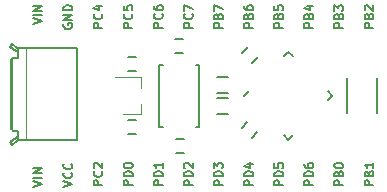
<source format=gto>
G04 #@! TF.FileFunction,Legend,Top*
%FSLAX46Y46*%
G04 Gerber Fmt 4.6, Leading zero omitted, Abs format (unit mm)*
G04 Created by KiCad (PCBNEW 4.0.5+dfsg1-4) date Sun Sep 17 22:55:48 2017*
%MOMM*%
%LPD*%
G01*
G04 APERTURE LIST*
%ADD10C,0.100000*%
%ADD11C,0.150000*%
%ADD12C,0.120000*%
G04 APERTURE END LIST*
D10*
D11*
X107291286Y-79819285D02*
X108041286Y-79569285D01*
X107291286Y-79319285D01*
X108041286Y-79069286D02*
X107291286Y-79069286D01*
X108041286Y-78712143D02*
X107291286Y-78712143D01*
X108041286Y-78283571D01*
X107291286Y-78283571D01*
X109877000Y-79819285D02*
X109841286Y-79890714D01*
X109841286Y-79997857D01*
X109877000Y-80105000D01*
X109948429Y-80176428D01*
X110019857Y-80212143D01*
X110162714Y-80247857D01*
X110269857Y-80247857D01*
X110412714Y-80212143D01*
X110484143Y-80176428D01*
X110555571Y-80105000D01*
X110591286Y-79997857D01*
X110591286Y-79926428D01*
X110555571Y-79819285D01*
X110519857Y-79783571D01*
X110269857Y-79783571D01*
X110269857Y-79926428D01*
X110591286Y-79462143D02*
X109841286Y-79462143D01*
X110591286Y-79033571D01*
X109841286Y-79033571D01*
X110591286Y-78676429D02*
X109841286Y-78676429D01*
X109841286Y-78497857D01*
X109877000Y-78390714D01*
X109948429Y-78319286D01*
X110019857Y-78283571D01*
X110162714Y-78247857D01*
X110269857Y-78247857D01*
X110412714Y-78283571D01*
X110484143Y-78319286D01*
X110555571Y-78390714D01*
X110591286Y-78497857D01*
X110591286Y-78676429D01*
X113141286Y-80140715D02*
X112391286Y-80140715D01*
X112391286Y-79855000D01*
X112427000Y-79783572D01*
X112462714Y-79747857D01*
X112534143Y-79712143D01*
X112641286Y-79712143D01*
X112712714Y-79747857D01*
X112748429Y-79783572D01*
X112784143Y-79855000D01*
X112784143Y-80140715D01*
X113069857Y-78962143D02*
X113105571Y-78997857D01*
X113141286Y-79105000D01*
X113141286Y-79176429D01*
X113105571Y-79283572D01*
X113034143Y-79355000D01*
X112962714Y-79390715D01*
X112819857Y-79426429D01*
X112712714Y-79426429D01*
X112569857Y-79390715D01*
X112498429Y-79355000D01*
X112427000Y-79283572D01*
X112391286Y-79176429D01*
X112391286Y-79105000D01*
X112427000Y-78997857D01*
X112462714Y-78962143D01*
X112641286Y-78319286D02*
X113141286Y-78319286D01*
X112355571Y-78497857D02*
X112891286Y-78676429D01*
X112891286Y-78212143D01*
X115691286Y-80140715D02*
X114941286Y-80140715D01*
X114941286Y-79855000D01*
X114977000Y-79783572D01*
X115012714Y-79747857D01*
X115084143Y-79712143D01*
X115191286Y-79712143D01*
X115262714Y-79747857D01*
X115298429Y-79783572D01*
X115334143Y-79855000D01*
X115334143Y-80140715D01*
X115619857Y-78962143D02*
X115655571Y-78997857D01*
X115691286Y-79105000D01*
X115691286Y-79176429D01*
X115655571Y-79283572D01*
X115584143Y-79355000D01*
X115512714Y-79390715D01*
X115369857Y-79426429D01*
X115262714Y-79426429D01*
X115119857Y-79390715D01*
X115048429Y-79355000D01*
X114977000Y-79283572D01*
X114941286Y-79176429D01*
X114941286Y-79105000D01*
X114977000Y-78997857D01*
X115012714Y-78962143D01*
X114941286Y-78283572D02*
X114941286Y-78640715D01*
X115298429Y-78676429D01*
X115262714Y-78640715D01*
X115227000Y-78569286D01*
X115227000Y-78390715D01*
X115262714Y-78319286D01*
X115298429Y-78283572D01*
X115369857Y-78247857D01*
X115548429Y-78247857D01*
X115619857Y-78283572D01*
X115655571Y-78319286D01*
X115691286Y-78390715D01*
X115691286Y-78569286D01*
X115655571Y-78640715D01*
X115619857Y-78676429D01*
X118241286Y-80140715D02*
X117491286Y-80140715D01*
X117491286Y-79855000D01*
X117527000Y-79783572D01*
X117562714Y-79747857D01*
X117634143Y-79712143D01*
X117741286Y-79712143D01*
X117812714Y-79747857D01*
X117848429Y-79783572D01*
X117884143Y-79855000D01*
X117884143Y-80140715D01*
X118169857Y-78962143D02*
X118205571Y-78997857D01*
X118241286Y-79105000D01*
X118241286Y-79176429D01*
X118205571Y-79283572D01*
X118134143Y-79355000D01*
X118062714Y-79390715D01*
X117919857Y-79426429D01*
X117812714Y-79426429D01*
X117669857Y-79390715D01*
X117598429Y-79355000D01*
X117527000Y-79283572D01*
X117491286Y-79176429D01*
X117491286Y-79105000D01*
X117527000Y-78997857D01*
X117562714Y-78962143D01*
X117491286Y-78319286D02*
X117491286Y-78462143D01*
X117527000Y-78533572D01*
X117562714Y-78569286D01*
X117669857Y-78640715D01*
X117812714Y-78676429D01*
X118098429Y-78676429D01*
X118169857Y-78640715D01*
X118205571Y-78605000D01*
X118241286Y-78533572D01*
X118241286Y-78390715D01*
X118205571Y-78319286D01*
X118169857Y-78283572D01*
X118098429Y-78247857D01*
X117919857Y-78247857D01*
X117848429Y-78283572D01*
X117812714Y-78319286D01*
X117777000Y-78390715D01*
X117777000Y-78533572D01*
X117812714Y-78605000D01*
X117848429Y-78640715D01*
X117919857Y-78676429D01*
X120791286Y-80140715D02*
X120041286Y-80140715D01*
X120041286Y-79855000D01*
X120077000Y-79783572D01*
X120112714Y-79747857D01*
X120184143Y-79712143D01*
X120291286Y-79712143D01*
X120362714Y-79747857D01*
X120398429Y-79783572D01*
X120434143Y-79855000D01*
X120434143Y-80140715D01*
X120719857Y-78962143D02*
X120755571Y-78997857D01*
X120791286Y-79105000D01*
X120791286Y-79176429D01*
X120755571Y-79283572D01*
X120684143Y-79355000D01*
X120612714Y-79390715D01*
X120469857Y-79426429D01*
X120362714Y-79426429D01*
X120219857Y-79390715D01*
X120148429Y-79355000D01*
X120077000Y-79283572D01*
X120041286Y-79176429D01*
X120041286Y-79105000D01*
X120077000Y-78997857D01*
X120112714Y-78962143D01*
X120041286Y-78712143D02*
X120041286Y-78212143D01*
X120791286Y-78533572D01*
X123341286Y-80140715D02*
X122591286Y-80140715D01*
X122591286Y-79855000D01*
X122627000Y-79783572D01*
X122662714Y-79747857D01*
X122734143Y-79712143D01*
X122841286Y-79712143D01*
X122912714Y-79747857D01*
X122948429Y-79783572D01*
X122984143Y-79855000D01*
X122984143Y-80140715D01*
X122948429Y-79140715D02*
X122984143Y-79033572D01*
X123019857Y-78997857D01*
X123091286Y-78962143D01*
X123198429Y-78962143D01*
X123269857Y-78997857D01*
X123305571Y-79033572D01*
X123341286Y-79105000D01*
X123341286Y-79390715D01*
X122591286Y-79390715D01*
X122591286Y-79140715D01*
X122627000Y-79069286D01*
X122662714Y-79033572D01*
X122734143Y-78997857D01*
X122805571Y-78997857D01*
X122877000Y-79033572D01*
X122912714Y-79069286D01*
X122948429Y-79140715D01*
X122948429Y-79390715D01*
X122591286Y-78712143D02*
X122591286Y-78212143D01*
X123341286Y-78533572D01*
X125891286Y-80140715D02*
X125141286Y-80140715D01*
X125141286Y-79855000D01*
X125177000Y-79783572D01*
X125212714Y-79747857D01*
X125284143Y-79712143D01*
X125391286Y-79712143D01*
X125462714Y-79747857D01*
X125498429Y-79783572D01*
X125534143Y-79855000D01*
X125534143Y-80140715D01*
X125498429Y-79140715D02*
X125534143Y-79033572D01*
X125569857Y-78997857D01*
X125641286Y-78962143D01*
X125748429Y-78962143D01*
X125819857Y-78997857D01*
X125855571Y-79033572D01*
X125891286Y-79105000D01*
X125891286Y-79390715D01*
X125141286Y-79390715D01*
X125141286Y-79140715D01*
X125177000Y-79069286D01*
X125212714Y-79033572D01*
X125284143Y-78997857D01*
X125355571Y-78997857D01*
X125427000Y-79033572D01*
X125462714Y-79069286D01*
X125498429Y-79140715D01*
X125498429Y-79390715D01*
X125141286Y-78319286D02*
X125141286Y-78462143D01*
X125177000Y-78533572D01*
X125212714Y-78569286D01*
X125319857Y-78640715D01*
X125462714Y-78676429D01*
X125748429Y-78676429D01*
X125819857Y-78640715D01*
X125855571Y-78605000D01*
X125891286Y-78533572D01*
X125891286Y-78390715D01*
X125855571Y-78319286D01*
X125819857Y-78283572D01*
X125748429Y-78247857D01*
X125569857Y-78247857D01*
X125498429Y-78283572D01*
X125462714Y-78319286D01*
X125427000Y-78390715D01*
X125427000Y-78533572D01*
X125462714Y-78605000D01*
X125498429Y-78640715D01*
X125569857Y-78676429D01*
X128441286Y-80140715D02*
X127691286Y-80140715D01*
X127691286Y-79855000D01*
X127727000Y-79783572D01*
X127762714Y-79747857D01*
X127834143Y-79712143D01*
X127941286Y-79712143D01*
X128012714Y-79747857D01*
X128048429Y-79783572D01*
X128084143Y-79855000D01*
X128084143Y-80140715D01*
X128048429Y-79140715D02*
X128084143Y-79033572D01*
X128119857Y-78997857D01*
X128191286Y-78962143D01*
X128298429Y-78962143D01*
X128369857Y-78997857D01*
X128405571Y-79033572D01*
X128441286Y-79105000D01*
X128441286Y-79390715D01*
X127691286Y-79390715D01*
X127691286Y-79140715D01*
X127727000Y-79069286D01*
X127762714Y-79033572D01*
X127834143Y-78997857D01*
X127905571Y-78997857D01*
X127977000Y-79033572D01*
X128012714Y-79069286D01*
X128048429Y-79140715D01*
X128048429Y-79390715D01*
X127691286Y-78283572D02*
X127691286Y-78640715D01*
X128048429Y-78676429D01*
X128012714Y-78640715D01*
X127977000Y-78569286D01*
X127977000Y-78390715D01*
X128012714Y-78319286D01*
X128048429Y-78283572D01*
X128119857Y-78247857D01*
X128298429Y-78247857D01*
X128369857Y-78283572D01*
X128405571Y-78319286D01*
X128441286Y-78390715D01*
X128441286Y-78569286D01*
X128405571Y-78640715D01*
X128369857Y-78676429D01*
X130991286Y-80140715D02*
X130241286Y-80140715D01*
X130241286Y-79855000D01*
X130277000Y-79783572D01*
X130312714Y-79747857D01*
X130384143Y-79712143D01*
X130491286Y-79712143D01*
X130562714Y-79747857D01*
X130598429Y-79783572D01*
X130634143Y-79855000D01*
X130634143Y-80140715D01*
X130598429Y-79140715D02*
X130634143Y-79033572D01*
X130669857Y-78997857D01*
X130741286Y-78962143D01*
X130848429Y-78962143D01*
X130919857Y-78997857D01*
X130955571Y-79033572D01*
X130991286Y-79105000D01*
X130991286Y-79390715D01*
X130241286Y-79390715D01*
X130241286Y-79140715D01*
X130277000Y-79069286D01*
X130312714Y-79033572D01*
X130384143Y-78997857D01*
X130455571Y-78997857D01*
X130527000Y-79033572D01*
X130562714Y-79069286D01*
X130598429Y-79140715D01*
X130598429Y-79390715D01*
X130491286Y-78319286D02*
X130991286Y-78319286D01*
X130205571Y-78497857D02*
X130741286Y-78676429D01*
X130741286Y-78212143D01*
X133541286Y-80140715D02*
X132791286Y-80140715D01*
X132791286Y-79855000D01*
X132827000Y-79783572D01*
X132862714Y-79747857D01*
X132934143Y-79712143D01*
X133041286Y-79712143D01*
X133112714Y-79747857D01*
X133148429Y-79783572D01*
X133184143Y-79855000D01*
X133184143Y-80140715D01*
X133148429Y-79140715D02*
X133184143Y-79033572D01*
X133219857Y-78997857D01*
X133291286Y-78962143D01*
X133398429Y-78962143D01*
X133469857Y-78997857D01*
X133505571Y-79033572D01*
X133541286Y-79105000D01*
X133541286Y-79390715D01*
X132791286Y-79390715D01*
X132791286Y-79140715D01*
X132827000Y-79069286D01*
X132862714Y-79033572D01*
X132934143Y-78997857D01*
X133005571Y-78997857D01*
X133077000Y-79033572D01*
X133112714Y-79069286D01*
X133148429Y-79140715D01*
X133148429Y-79390715D01*
X132791286Y-78712143D02*
X132791286Y-78247857D01*
X133077000Y-78497857D01*
X133077000Y-78390715D01*
X133112714Y-78319286D01*
X133148429Y-78283572D01*
X133219857Y-78247857D01*
X133398429Y-78247857D01*
X133469857Y-78283572D01*
X133505571Y-78319286D01*
X133541286Y-78390715D01*
X133541286Y-78605000D01*
X133505571Y-78676429D01*
X133469857Y-78712143D01*
X136091286Y-80140715D02*
X135341286Y-80140715D01*
X135341286Y-79855000D01*
X135377000Y-79783572D01*
X135412714Y-79747857D01*
X135484143Y-79712143D01*
X135591286Y-79712143D01*
X135662714Y-79747857D01*
X135698429Y-79783572D01*
X135734143Y-79855000D01*
X135734143Y-80140715D01*
X135698429Y-79140715D02*
X135734143Y-79033572D01*
X135769857Y-78997857D01*
X135841286Y-78962143D01*
X135948429Y-78962143D01*
X136019857Y-78997857D01*
X136055571Y-79033572D01*
X136091286Y-79105000D01*
X136091286Y-79390715D01*
X135341286Y-79390715D01*
X135341286Y-79140715D01*
X135377000Y-79069286D01*
X135412714Y-79033572D01*
X135484143Y-78997857D01*
X135555571Y-78997857D01*
X135627000Y-79033572D01*
X135662714Y-79069286D01*
X135698429Y-79140715D01*
X135698429Y-79390715D01*
X135412714Y-78676429D02*
X135377000Y-78640715D01*
X135341286Y-78569286D01*
X135341286Y-78390715D01*
X135377000Y-78319286D01*
X135412714Y-78283572D01*
X135484143Y-78247857D01*
X135555571Y-78247857D01*
X135662714Y-78283572D01*
X136091286Y-78712143D01*
X136091286Y-78247857D01*
X107293786Y-93591071D02*
X108043786Y-93341071D01*
X107293786Y-93091071D01*
X108043786Y-92841072D02*
X107293786Y-92841072D01*
X108043786Y-92483929D02*
X107293786Y-92483929D01*
X108043786Y-92055357D01*
X107293786Y-92055357D01*
X109843786Y-93591071D02*
X110593786Y-93341071D01*
X109843786Y-93091071D01*
X110522357Y-92412500D02*
X110558071Y-92448214D01*
X110593786Y-92555357D01*
X110593786Y-92626786D01*
X110558071Y-92733929D01*
X110486643Y-92805357D01*
X110415214Y-92841072D01*
X110272357Y-92876786D01*
X110165214Y-92876786D01*
X110022357Y-92841072D01*
X109950929Y-92805357D01*
X109879500Y-92733929D01*
X109843786Y-92626786D01*
X109843786Y-92555357D01*
X109879500Y-92448214D01*
X109915214Y-92412500D01*
X110522357Y-91662500D02*
X110558071Y-91698214D01*
X110593786Y-91805357D01*
X110593786Y-91876786D01*
X110558071Y-91983929D01*
X110486643Y-92055357D01*
X110415214Y-92091072D01*
X110272357Y-92126786D01*
X110165214Y-92126786D01*
X110022357Y-92091072D01*
X109950929Y-92055357D01*
X109879500Y-91983929D01*
X109843786Y-91876786D01*
X109843786Y-91805357D01*
X109879500Y-91698214D01*
X109915214Y-91662500D01*
X113143786Y-93483929D02*
X112393786Y-93483929D01*
X112393786Y-93198214D01*
X112429500Y-93126786D01*
X112465214Y-93091071D01*
X112536643Y-93055357D01*
X112643786Y-93055357D01*
X112715214Y-93091071D01*
X112750929Y-93126786D01*
X112786643Y-93198214D01*
X112786643Y-93483929D01*
X113072357Y-92305357D02*
X113108071Y-92341071D01*
X113143786Y-92448214D01*
X113143786Y-92519643D01*
X113108071Y-92626786D01*
X113036643Y-92698214D01*
X112965214Y-92733929D01*
X112822357Y-92769643D01*
X112715214Y-92769643D01*
X112572357Y-92733929D01*
X112500929Y-92698214D01*
X112429500Y-92626786D01*
X112393786Y-92519643D01*
X112393786Y-92448214D01*
X112429500Y-92341071D01*
X112465214Y-92305357D01*
X112465214Y-92019643D02*
X112429500Y-91983929D01*
X112393786Y-91912500D01*
X112393786Y-91733929D01*
X112429500Y-91662500D01*
X112465214Y-91626786D01*
X112536643Y-91591071D01*
X112608071Y-91591071D01*
X112715214Y-91626786D01*
X113143786Y-92055357D01*
X113143786Y-91591071D01*
X115693786Y-93483929D02*
X114943786Y-93483929D01*
X114943786Y-93198214D01*
X114979500Y-93126786D01*
X115015214Y-93091071D01*
X115086643Y-93055357D01*
X115193786Y-93055357D01*
X115265214Y-93091071D01*
X115300929Y-93126786D01*
X115336643Y-93198214D01*
X115336643Y-93483929D01*
X115693786Y-92733929D02*
X114943786Y-92733929D01*
X114943786Y-92555357D01*
X114979500Y-92448214D01*
X115050929Y-92376786D01*
X115122357Y-92341071D01*
X115265214Y-92305357D01*
X115372357Y-92305357D01*
X115515214Y-92341071D01*
X115586643Y-92376786D01*
X115658071Y-92448214D01*
X115693786Y-92555357D01*
X115693786Y-92733929D01*
X114943786Y-91841071D02*
X114943786Y-91769643D01*
X114979500Y-91698214D01*
X115015214Y-91662500D01*
X115086643Y-91626786D01*
X115229500Y-91591071D01*
X115408071Y-91591071D01*
X115550929Y-91626786D01*
X115622357Y-91662500D01*
X115658071Y-91698214D01*
X115693786Y-91769643D01*
X115693786Y-91841071D01*
X115658071Y-91912500D01*
X115622357Y-91948214D01*
X115550929Y-91983929D01*
X115408071Y-92019643D01*
X115229500Y-92019643D01*
X115086643Y-91983929D01*
X115015214Y-91948214D01*
X114979500Y-91912500D01*
X114943786Y-91841071D01*
X118243786Y-93483929D02*
X117493786Y-93483929D01*
X117493786Y-93198214D01*
X117529500Y-93126786D01*
X117565214Y-93091071D01*
X117636643Y-93055357D01*
X117743786Y-93055357D01*
X117815214Y-93091071D01*
X117850929Y-93126786D01*
X117886643Y-93198214D01*
X117886643Y-93483929D01*
X118243786Y-92733929D02*
X117493786Y-92733929D01*
X117493786Y-92555357D01*
X117529500Y-92448214D01*
X117600929Y-92376786D01*
X117672357Y-92341071D01*
X117815214Y-92305357D01*
X117922357Y-92305357D01*
X118065214Y-92341071D01*
X118136643Y-92376786D01*
X118208071Y-92448214D01*
X118243786Y-92555357D01*
X118243786Y-92733929D01*
X118243786Y-91591071D02*
X118243786Y-92019643D01*
X118243786Y-91805357D02*
X117493786Y-91805357D01*
X117600929Y-91876786D01*
X117672357Y-91948214D01*
X117708071Y-92019643D01*
X120793786Y-93483929D02*
X120043786Y-93483929D01*
X120043786Y-93198214D01*
X120079500Y-93126786D01*
X120115214Y-93091071D01*
X120186643Y-93055357D01*
X120293786Y-93055357D01*
X120365214Y-93091071D01*
X120400929Y-93126786D01*
X120436643Y-93198214D01*
X120436643Y-93483929D01*
X120793786Y-92733929D02*
X120043786Y-92733929D01*
X120043786Y-92555357D01*
X120079500Y-92448214D01*
X120150929Y-92376786D01*
X120222357Y-92341071D01*
X120365214Y-92305357D01*
X120472357Y-92305357D01*
X120615214Y-92341071D01*
X120686643Y-92376786D01*
X120758071Y-92448214D01*
X120793786Y-92555357D01*
X120793786Y-92733929D01*
X120115214Y-92019643D02*
X120079500Y-91983929D01*
X120043786Y-91912500D01*
X120043786Y-91733929D01*
X120079500Y-91662500D01*
X120115214Y-91626786D01*
X120186643Y-91591071D01*
X120258071Y-91591071D01*
X120365214Y-91626786D01*
X120793786Y-92055357D01*
X120793786Y-91591071D01*
X123343786Y-93483929D02*
X122593786Y-93483929D01*
X122593786Y-93198214D01*
X122629500Y-93126786D01*
X122665214Y-93091071D01*
X122736643Y-93055357D01*
X122843786Y-93055357D01*
X122915214Y-93091071D01*
X122950929Y-93126786D01*
X122986643Y-93198214D01*
X122986643Y-93483929D01*
X123343786Y-92733929D02*
X122593786Y-92733929D01*
X122593786Y-92555357D01*
X122629500Y-92448214D01*
X122700929Y-92376786D01*
X122772357Y-92341071D01*
X122915214Y-92305357D01*
X123022357Y-92305357D01*
X123165214Y-92341071D01*
X123236643Y-92376786D01*
X123308071Y-92448214D01*
X123343786Y-92555357D01*
X123343786Y-92733929D01*
X122593786Y-92055357D02*
X122593786Y-91591071D01*
X122879500Y-91841071D01*
X122879500Y-91733929D01*
X122915214Y-91662500D01*
X122950929Y-91626786D01*
X123022357Y-91591071D01*
X123200929Y-91591071D01*
X123272357Y-91626786D01*
X123308071Y-91662500D01*
X123343786Y-91733929D01*
X123343786Y-91948214D01*
X123308071Y-92019643D01*
X123272357Y-92055357D01*
X125893786Y-93483929D02*
X125143786Y-93483929D01*
X125143786Y-93198214D01*
X125179500Y-93126786D01*
X125215214Y-93091071D01*
X125286643Y-93055357D01*
X125393786Y-93055357D01*
X125465214Y-93091071D01*
X125500929Y-93126786D01*
X125536643Y-93198214D01*
X125536643Y-93483929D01*
X125893786Y-92733929D02*
X125143786Y-92733929D01*
X125143786Y-92555357D01*
X125179500Y-92448214D01*
X125250929Y-92376786D01*
X125322357Y-92341071D01*
X125465214Y-92305357D01*
X125572357Y-92305357D01*
X125715214Y-92341071D01*
X125786643Y-92376786D01*
X125858071Y-92448214D01*
X125893786Y-92555357D01*
X125893786Y-92733929D01*
X125393786Y-91662500D02*
X125893786Y-91662500D01*
X125108071Y-91841071D02*
X125643786Y-92019643D01*
X125643786Y-91555357D01*
X128443786Y-93483929D02*
X127693786Y-93483929D01*
X127693786Y-93198214D01*
X127729500Y-93126786D01*
X127765214Y-93091071D01*
X127836643Y-93055357D01*
X127943786Y-93055357D01*
X128015214Y-93091071D01*
X128050929Y-93126786D01*
X128086643Y-93198214D01*
X128086643Y-93483929D01*
X128443786Y-92733929D02*
X127693786Y-92733929D01*
X127693786Y-92555357D01*
X127729500Y-92448214D01*
X127800929Y-92376786D01*
X127872357Y-92341071D01*
X128015214Y-92305357D01*
X128122357Y-92305357D01*
X128265214Y-92341071D01*
X128336643Y-92376786D01*
X128408071Y-92448214D01*
X128443786Y-92555357D01*
X128443786Y-92733929D01*
X127693786Y-91626786D02*
X127693786Y-91983929D01*
X128050929Y-92019643D01*
X128015214Y-91983929D01*
X127979500Y-91912500D01*
X127979500Y-91733929D01*
X128015214Y-91662500D01*
X128050929Y-91626786D01*
X128122357Y-91591071D01*
X128300929Y-91591071D01*
X128372357Y-91626786D01*
X128408071Y-91662500D01*
X128443786Y-91733929D01*
X128443786Y-91912500D01*
X128408071Y-91983929D01*
X128372357Y-92019643D01*
X130993786Y-93483929D02*
X130243786Y-93483929D01*
X130243786Y-93198214D01*
X130279500Y-93126786D01*
X130315214Y-93091071D01*
X130386643Y-93055357D01*
X130493786Y-93055357D01*
X130565214Y-93091071D01*
X130600929Y-93126786D01*
X130636643Y-93198214D01*
X130636643Y-93483929D01*
X130993786Y-92733929D02*
X130243786Y-92733929D01*
X130243786Y-92555357D01*
X130279500Y-92448214D01*
X130350929Y-92376786D01*
X130422357Y-92341071D01*
X130565214Y-92305357D01*
X130672357Y-92305357D01*
X130815214Y-92341071D01*
X130886643Y-92376786D01*
X130958071Y-92448214D01*
X130993786Y-92555357D01*
X130993786Y-92733929D01*
X130243786Y-91662500D02*
X130243786Y-91805357D01*
X130279500Y-91876786D01*
X130315214Y-91912500D01*
X130422357Y-91983929D01*
X130565214Y-92019643D01*
X130850929Y-92019643D01*
X130922357Y-91983929D01*
X130958071Y-91948214D01*
X130993786Y-91876786D01*
X130993786Y-91733929D01*
X130958071Y-91662500D01*
X130922357Y-91626786D01*
X130850929Y-91591071D01*
X130672357Y-91591071D01*
X130600929Y-91626786D01*
X130565214Y-91662500D01*
X130529500Y-91733929D01*
X130529500Y-91876786D01*
X130565214Y-91948214D01*
X130600929Y-91983929D01*
X130672357Y-92019643D01*
X133543786Y-93483929D02*
X132793786Y-93483929D01*
X132793786Y-93198214D01*
X132829500Y-93126786D01*
X132865214Y-93091071D01*
X132936643Y-93055357D01*
X133043786Y-93055357D01*
X133115214Y-93091071D01*
X133150929Y-93126786D01*
X133186643Y-93198214D01*
X133186643Y-93483929D01*
X133150929Y-92483929D02*
X133186643Y-92376786D01*
X133222357Y-92341071D01*
X133293786Y-92305357D01*
X133400929Y-92305357D01*
X133472357Y-92341071D01*
X133508071Y-92376786D01*
X133543786Y-92448214D01*
X133543786Y-92733929D01*
X132793786Y-92733929D01*
X132793786Y-92483929D01*
X132829500Y-92412500D01*
X132865214Y-92376786D01*
X132936643Y-92341071D01*
X133008071Y-92341071D01*
X133079500Y-92376786D01*
X133115214Y-92412500D01*
X133150929Y-92483929D01*
X133150929Y-92733929D01*
X132793786Y-91841071D02*
X132793786Y-91769643D01*
X132829500Y-91698214D01*
X132865214Y-91662500D01*
X132936643Y-91626786D01*
X133079500Y-91591071D01*
X133258071Y-91591071D01*
X133400929Y-91626786D01*
X133472357Y-91662500D01*
X133508071Y-91698214D01*
X133543786Y-91769643D01*
X133543786Y-91841071D01*
X133508071Y-91912500D01*
X133472357Y-91948214D01*
X133400929Y-91983929D01*
X133258071Y-92019643D01*
X133079500Y-92019643D01*
X132936643Y-91983929D01*
X132865214Y-91948214D01*
X132829500Y-91912500D01*
X132793786Y-91841071D01*
X136093786Y-93483929D02*
X135343786Y-93483929D01*
X135343786Y-93198214D01*
X135379500Y-93126786D01*
X135415214Y-93091071D01*
X135486643Y-93055357D01*
X135593786Y-93055357D01*
X135665214Y-93091071D01*
X135700929Y-93126786D01*
X135736643Y-93198214D01*
X135736643Y-93483929D01*
X135700929Y-92483929D02*
X135736643Y-92376786D01*
X135772357Y-92341071D01*
X135843786Y-92305357D01*
X135950929Y-92305357D01*
X136022357Y-92341071D01*
X136058071Y-92376786D01*
X136093786Y-92448214D01*
X136093786Y-92733929D01*
X135343786Y-92733929D01*
X135343786Y-92483929D01*
X135379500Y-92412500D01*
X135415214Y-92376786D01*
X135486643Y-92341071D01*
X135558071Y-92341071D01*
X135629500Y-92376786D01*
X135665214Y-92412500D01*
X135700929Y-92483929D01*
X135700929Y-92733929D01*
X136093786Y-91591071D02*
X136093786Y-92019643D01*
X136093786Y-91805357D02*
X135343786Y-91805357D01*
X135450929Y-91876786D01*
X135522357Y-91948214D01*
X135558071Y-92019643D01*
X115283500Y-87982500D02*
X115983500Y-87982500D01*
X115983500Y-89182500D02*
X115283500Y-89182500D01*
X122817000Y-84351500D02*
X123817000Y-84351500D01*
X123817000Y-85701500D02*
X122817000Y-85701500D01*
X122817000Y-86066000D02*
X123817000Y-86066000D01*
X123817000Y-87416000D02*
X122817000Y-87416000D01*
X115995500Y-83848500D02*
X115295500Y-83848500D01*
X115295500Y-82648500D02*
X115995500Y-82648500D01*
X119972000Y-82261000D02*
X119272000Y-82261000D01*
X119272000Y-81061000D02*
X119972000Y-81061000D01*
X120047500Y-90770000D02*
X119347500Y-90770000D01*
X119347500Y-89570000D02*
X120047500Y-89570000D01*
X110980000Y-81888500D02*
X110980000Y-89688500D01*
X110980000Y-89688500D02*
X105980000Y-89688500D01*
X105980000Y-89688500D02*
X105980000Y-88888500D01*
X105980000Y-88888500D02*
X105580000Y-88888500D01*
X105580000Y-88888500D02*
G75*
G02X105380000Y-88688500I0J200000D01*
G01*
X105380000Y-88688500D02*
X105380000Y-82888500D01*
X105380000Y-82888500D02*
G75*
G02X105580000Y-82688500I200000J0D01*
G01*
X105580000Y-82688500D02*
X105980000Y-82688500D01*
X105980000Y-82688500D02*
X105980000Y-82188500D01*
X105980000Y-82188500D02*
X105980000Y-81888500D01*
X105980000Y-81888500D02*
X110980000Y-81888500D01*
X105480000Y-88688500D02*
X105480000Y-82888500D01*
X105479966Y-82888220D02*
G75*
G02X105580000Y-82688500I200034J24720D01*
G01*
X105579895Y-88888421D02*
G75*
G02X105480000Y-88688500I150105J199921D01*
G01*
D10*
X106680000Y-89638500D02*
X106680000Y-81938500D01*
D11*
X105480000Y-81538500D02*
X105330000Y-81738500D01*
X105330000Y-81738500D02*
X105809800Y-82131100D01*
X105809804Y-82131104D02*
G75*
G03X105970700Y-82188500I160820J196604D01*
G01*
X105970700Y-82188500D02*
X105980000Y-82188500D01*
X105480000Y-81538500D02*
X105890500Y-81857800D01*
X105890691Y-81857949D02*
G75*
G03X105980000Y-81888500I89271J115149D01*
G01*
X105480000Y-90038500D02*
X105330000Y-89838500D01*
X105330000Y-89838500D02*
X105809800Y-89445900D01*
X105809804Y-89445896D02*
G75*
G02X105970700Y-89388500I160820J-196604D01*
G01*
X105970700Y-89388500D02*
X105980000Y-89388500D01*
X105480000Y-90038500D02*
X105890500Y-89719200D01*
X105890545Y-89719165D02*
G75*
G02X105980000Y-89688500I89383J-114935D01*
G01*
X117934000Y-88533500D02*
X118234000Y-88533500D01*
X117934000Y-83333500D02*
X118234000Y-83333500D01*
X121334000Y-83333500D02*
X121034000Y-83333500D01*
X121334000Y-88533500D02*
X121034000Y-88533500D01*
X121334000Y-83333500D02*
X121334000Y-88533500D01*
X117934000Y-83333500D02*
X117934000Y-88533500D01*
X124931249Y-88596223D02*
X125426223Y-88101249D01*
X126274751Y-88949777D02*
X125779777Y-89444751D01*
X128883320Y-82197422D02*
X129254551Y-82568653D01*
X128883320Y-89622044D02*
X128512089Y-89250813D01*
X132595631Y-85909733D02*
X132224400Y-85538502D01*
X125171009Y-85909733D02*
X125542240Y-85538502D01*
X128883320Y-89622044D02*
X129254551Y-89250813D01*
X132595631Y-85909733D02*
X132224400Y-86280964D01*
X128883320Y-82197422D02*
X128512089Y-82568653D01*
X124994749Y-82246223D02*
X125489723Y-81751249D01*
X126338251Y-82599777D02*
X125843277Y-83094751D01*
X133878000Y-84376000D02*
X133878000Y-87376000D01*
X136378000Y-84376000D02*
X136378000Y-87376000D01*
D12*
X116377500Y-87493000D02*
X116377500Y-86563000D01*
X116377500Y-84333000D02*
X116377500Y-85263000D01*
X116377500Y-84333000D02*
X114217500Y-84333000D01*
X116377500Y-87493000D02*
X114917500Y-87493000D01*
M02*

</source>
